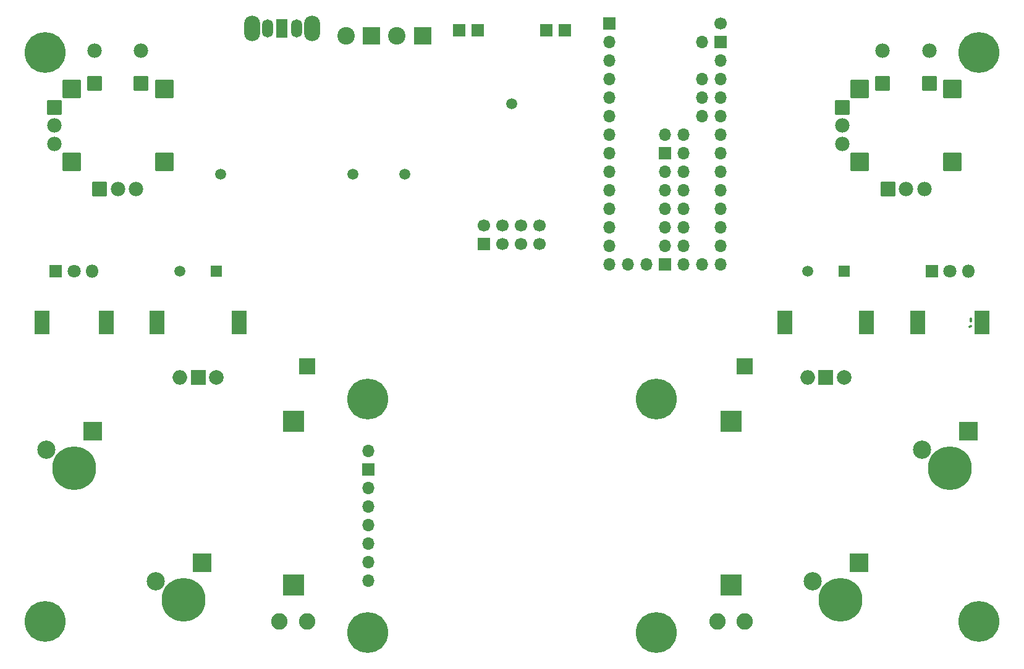
<source format=gbr>
G04 This is an RS-274x file exported by *
G04 gerbv version 2.6A *
G04 More information is available about gerbv at *
G04 http://gerbv.geda-project.org/ *
G04 --End of header info--*
%MOIN*%
%FSLAX34Y34*%
%IPPOS*%
G04 --Define apertures--*
%ADD10C,0.0079*%
%ADD11C,0.0118*%
%ADD12C,0.0138*%
%ADD13C,0.0945*%
%ADD14R,0.0945X0.0945*%
%ADD15O,0.0787X0.0787*%
%ADD16C,0.0787*%
%ADD17R,0.0787X0.0787*%
%ADD18R,0.0787X0.1260*%
%ADD19C,0.0591*%
%ADD20R,0.0591X0.0591*%
%ADD21R,0.0669X0.0669*%
%ADD22C,0.0669*%
%ADD23C,0.1417*%
%ADD24C,0.2205*%
%ADD25C,0.2362*%
%ADD26C,0.0984*%
%ADD27R,0.0984X0.0984*%
%ADD28C,0.0780*%
%AMMACRO29*
4,1,4,-0.035000,-0.035000,0.035000,-0.035000,0.035000,0.035000,-0.035000,0.035000,-0.035000,-0.035000,0.000000*
1,1,0.008031,-0.035000,-0.035000*
1,1,0.008031,0.035000,-0.035000*
1,1,0.008031,0.035000,0.035000*
1,1,0.008031,-0.035000,0.035000*
20,1,0.008031,-0.035000,-0.035000,0.035000,-0.035000,0.000000*
20,1,0.008031,0.035000,-0.035000,0.035000,0.035000,0.000000*
20,1,0.008031,0.035000,0.035000,-0.035000,0.035000,0.000000*
20,1,0.008031,-0.035000,0.035000,-0.035000,-0.035000,0.000000*
%
%ADD29MACRO29*%
%AMMACRO30*
4,1,4,-0.045000,-0.045000,0.045000,-0.045000,0.045000,0.045000,-0.045000,0.045000,-0.045000,-0.045000,0.000000*
1,1,0.008031,-0.045000,-0.045000*
1,1,0.008031,0.045000,-0.045000*
1,1,0.008031,0.045000,0.045000*
1,1,0.008031,-0.045000,0.045000*
20,1,0.008031,-0.045000,-0.045000,0.045000,-0.045000,0.000000*
20,1,0.008031,0.045000,-0.045000,0.045000,0.045000,0.000000*
20,1,0.008031,0.045000,0.045000,-0.045000,0.045000,0.000000*
20,1,0.008031,-0.045000,0.045000,-0.045000,-0.045000,0.000000*
%
%ADD30MACRO30*%
%ADD31C,0.0886*%
%ADD32R,0.0886X0.0886*%
%ADD33R,0.1181X0.1181*%
%ADD34O,0.0709X0.0709*%
%ADD35C,0.0709*%
%ADD36R,0.0709X0.0709*%
%ADD37O,0.0669X0.0669*%
%ADD38O,0.0866X0.1378*%
%ADD39O,0.0591X0.0984*%
%ADD40R,0.0591X0.0984*%
G04 --Start main section--*
G54D11*
G01X0083813Y-036810D02*
G01X0083746Y-036833D01*
G01X0083791Y-036540D02*
G01X0083813Y-036495D01*
G01X0083813Y-036495D02*
G01X0083813Y-036450D01*
G01X0083813Y-036450D02*
G01X0083791Y-036405D01*
G54D13*
G01X0052854Y-021142D03*
G54D14*
G01X0054232Y-021142D03*
G54D15*
G01X0041142Y-039567D03*
G54D16*
G01X0043110Y-039567D03*
G54D17*
G01X0042126Y-039567D03*
G54D18*
G01X0039921Y-036614D03*
G01X0044331Y-036614D03*
G54D19*
G01X0041142Y-033858D03*
G54D20*
G01X0043110Y-033858D03*
G54D13*
G01X0050098Y-021142D03*
G54D14*
G01X0051476Y-021142D03*
G54D21*
G01X0057555Y-032390D03*
G54D22*
G01X0057555Y-031390D03*
G01X0058555Y-032390D03*
G01X0058555Y-031390D03*
G01X0059555Y-032390D03*
G01X0059555Y-031390D03*
G01X0060555Y-032390D03*
G01X0060555Y-031390D03*
G54D21*
G01X0056193Y-020835D03*
G01X0057193Y-020835D03*
G01X0060917Y-020835D03*
G01X0061917Y-020835D03*
G54D23*
G01X0033858Y-052756D03*
G54D24*
G01X0033858Y-052756D03*
G54D25*
G01X0082677Y-044488D03*
G54D26*
G01X0081177Y-043488D03*
G54D27*
G01X0083677Y-042488D03*
G54D28*
G01X0079055Y-021949D03*
G01X0081575Y-021949D03*
G54D29*
G01X0079055Y-023720D03*
G01X0081575Y-023720D03*
G01X0079331Y-029409D03*
G54D28*
G01X0080315Y-029409D03*
G01X0081299Y-029409D03*
G54D30*
G01X0077815Y-024016D03*
G01X0077815Y-027953D03*
G01X0082815Y-027953D03*
G01X0082815Y-024016D03*
G54D29*
G01X0076890Y-025000D03*
G54D28*
G01X0076890Y-025984D03*
G01X0076890Y-026969D03*
G54D31*
G01X0071619Y-052756D03*
G01X0070143Y-052756D03*
G54D32*
G01X0071619Y-038976D03*
G54D33*
G01X0070881Y-050787D03*
G01X0070881Y-041929D03*
G54D25*
G01X0035433Y-044488D03*
G54D26*
G01X0033933Y-043488D03*
G54D27*
G01X0036433Y-042488D03*
G54D34*
G01X0083661Y-033858D03*
G54D35*
G01X0082677Y-033858D03*
G54D36*
G01X0081693Y-033858D03*
G54D18*
G01X0084409Y-036614D03*
G01X0080945Y-036614D03*
G54D21*
G01X0064323Y-020472D03*
G54D37*
G01X0064323Y-021472D03*
G01X0064323Y-022472D03*
G01X0064323Y-023472D03*
G01X0064323Y-024472D03*
G01X0064323Y-025472D03*
G01X0064323Y-026472D03*
G01X0064323Y-027472D03*
G01X0064323Y-028472D03*
G01X0064323Y-029472D03*
G01X0064323Y-030472D03*
G01X0064323Y-031472D03*
G01X0064323Y-032472D03*
G01X0064323Y-033472D03*
G01X0065323Y-033472D03*
G01X0066323Y-033472D03*
G54D21*
G01X0067323Y-033472D03*
G54D37*
G01X0068323Y-033472D03*
G01X0069323Y-033472D03*
G01X0070323Y-033472D03*
G01X0070323Y-032472D03*
G01X0070323Y-031472D03*
G01X0070323Y-030472D03*
G01X0070323Y-029472D03*
G01X0070323Y-028472D03*
G01X0070323Y-027472D03*
G01X0070323Y-026472D03*
G01X0070323Y-025472D03*
G01X0070323Y-024472D03*
G01X0070323Y-023472D03*
G01X0070323Y-022472D03*
G54D21*
G01X0070323Y-021472D03*
G54D22*
G01X0070323Y-020472D03*
G54D37*
G01X0069323Y-021472D03*
G01X0069323Y-023472D03*
G01X0069323Y-024472D03*
G01X0069323Y-025472D03*
G01X0068323Y-026472D03*
G01X0068323Y-027472D03*
G01X0068323Y-028472D03*
G01X0068323Y-029472D03*
G01X0068323Y-030472D03*
G01X0068323Y-031472D03*
G01X0068323Y-032472D03*
G01X0067323Y-032472D03*
G01X0067323Y-031472D03*
G01X0067323Y-030472D03*
G01X0067323Y-029472D03*
G01X0067323Y-028472D03*
G54D21*
G01X0067323Y-027472D03*
G54D37*
G01X0067323Y-026472D03*
G54D38*
G01X0045039Y-020748D03*
G01X0048268Y-020748D03*
G54D39*
G01X0045866Y-020748D03*
G54D40*
G01X0046654Y-020748D03*
G54D39*
G01X0047441Y-020748D03*
G54D25*
G01X0076772Y-051575D03*
G54D26*
G01X0075272Y-050575D03*
G54D27*
G01X0077772Y-049575D03*
G54D31*
G01X0047997Y-052756D03*
G01X0046521Y-052756D03*
G54D32*
G01X0047997Y-038976D03*
G54D33*
G01X0047259Y-050787D03*
G01X0047259Y-041929D03*
G54D23*
G01X0084252Y-052756D03*
G54D24*
G01X0084252Y-052756D03*
G54D15*
G01X0075000Y-039567D03*
G54D16*
G01X0076969Y-039567D03*
G54D17*
G01X0075984Y-039567D03*
G54D18*
G01X0073780Y-036614D03*
G01X0078189Y-036614D03*
G54D19*
G01X0075000Y-033858D03*
G54D20*
G01X0076969Y-033858D03*
G54D34*
G01X0036417Y-033858D03*
G54D35*
G01X0035433Y-033858D03*
G54D36*
G01X0034449Y-033858D03*
G54D18*
G01X0037165Y-036614D03*
G01X0033701Y-036614D03*
G54D24*
G01X0051280Y-040748D03*
G01X0051280Y-053346D03*
G01X0066831Y-040748D03*
G01X0066831Y-053346D03*
G54D37*
G01X0051315Y-043547D03*
G54D21*
G01X0051315Y-044547D03*
G54D37*
G01X0051315Y-045547D03*
G01X0051315Y-046547D03*
G01X0051315Y-047547D03*
G01X0051315Y-048547D03*
G01X0051315Y-049547D03*
G01X0051315Y-050547D03*
G54D23*
G01X0051280Y-040748D03*
G01X0051280Y-053346D03*
G01X0066831Y-040748D03*
G01X0066831Y-053346D03*
G01X0084252Y-022047D03*
G54D24*
G01X0084252Y-022047D03*
G54D23*
G01X0033858Y-022047D03*
G54D24*
G01X0033858Y-022047D03*
G54D28*
G01X0036535Y-021949D03*
G01X0039055Y-021949D03*
G54D29*
G01X0036535Y-023720D03*
G01X0039055Y-023720D03*
G01X0036811Y-029409D03*
G54D28*
G01X0037795Y-029409D03*
G01X0038780Y-029409D03*
G54D30*
G01X0035295Y-024016D03*
G01X0035295Y-027953D03*
G01X0040295Y-027953D03*
G01X0040295Y-024016D03*
G54D29*
G01X0034370Y-025000D03*
G54D28*
G01X0034370Y-025984D03*
G01X0034370Y-026969D03*
G54D25*
G01X0041339Y-051575D03*
G54D26*
G01X0039839Y-050575D03*
G54D27*
G01X0042339Y-049575D03*
G54D19*
G01X0043327Y-028622D03*
G01X0053268Y-028622D03*
G01X0050472Y-028622D03*
G01X0059055Y-024803D03*
M02*

</source>
